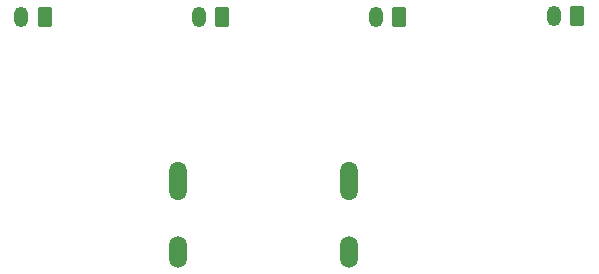
<source format=gbr>
%TF.GenerationSoftware,KiCad,Pcbnew,(6.0.5)*%
%TF.CreationDate,2022-06-06T17:11:40-06:00*%
%TF.ProjectId,21Pin_Fanout,32315069-6e5f-4466-916e-6f75742e6b69,rev?*%
%TF.SameCoordinates,Original*%
%TF.FileFunction,Soldermask,Bot*%
%TF.FilePolarity,Negative*%
%FSLAX46Y46*%
G04 Gerber Fmt 4.6, Leading zero omitted, Abs format (unit mm)*
G04 Created by KiCad (PCBNEW (6.0.5)) date 2022-06-06 17:11:40*
%MOMM*%
%LPD*%
G01*
G04 APERTURE LIST*
G04 Aperture macros list*
%AMRoundRect*
0 Rectangle with rounded corners*
0 $1 Rounding radius*
0 $2 $3 $4 $5 $6 $7 $8 $9 X,Y pos of 4 corners*
0 Add a 4 corners polygon primitive as box body*
4,1,4,$2,$3,$4,$5,$6,$7,$8,$9,$2,$3,0*
0 Add four circle primitives for the rounded corners*
1,1,$1+$1,$2,$3*
1,1,$1+$1,$4,$5*
1,1,$1+$1,$6,$7*
1,1,$1+$1,$8,$9*
0 Add four rect primitives between the rounded corners*
20,1,$1+$1,$2,$3,$4,$5,0*
20,1,$1+$1,$4,$5,$6,$7,0*
20,1,$1+$1,$6,$7,$8,$9,0*
20,1,$1+$1,$8,$9,$2,$3,0*%
G04 Aperture macros list end*
%ADD10RoundRect,0.250000X0.350000X0.625000X-0.350000X0.625000X-0.350000X-0.625000X0.350000X-0.625000X0*%
%ADD11O,1.200000X1.750000*%
%ADD12O,1.500000X3.300000*%
%ADD13O,1.500000X2.700000*%
G04 APERTURE END LIST*
D10*
%TO.C,J2*%
X-18500000Y16500000D03*
D11*
X-20500000Y16500000D03*
%TD*%
D10*
%TO.C,J5*%
X26584000Y16509000D03*
D11*
X24584000Y16509000D03*
%TD*%
D10*
%TO.C,J4*%
X11500000Y16500000D03*
D11*
X9500000Y16500000D03*
%TD*%
%TO.C,J3*%
X-5500000Y16500000D03*
D10*
X-3500000Y16500000D03*
%TD*%
D12*
%TO.C,J1*%
X-7250000Y2564000D03*
X7250000Y2564000D03*
D13*
X-7250000Y-3396000D03*
X7250000Y-3396000D03*
%TD*%
M02*

</source>
